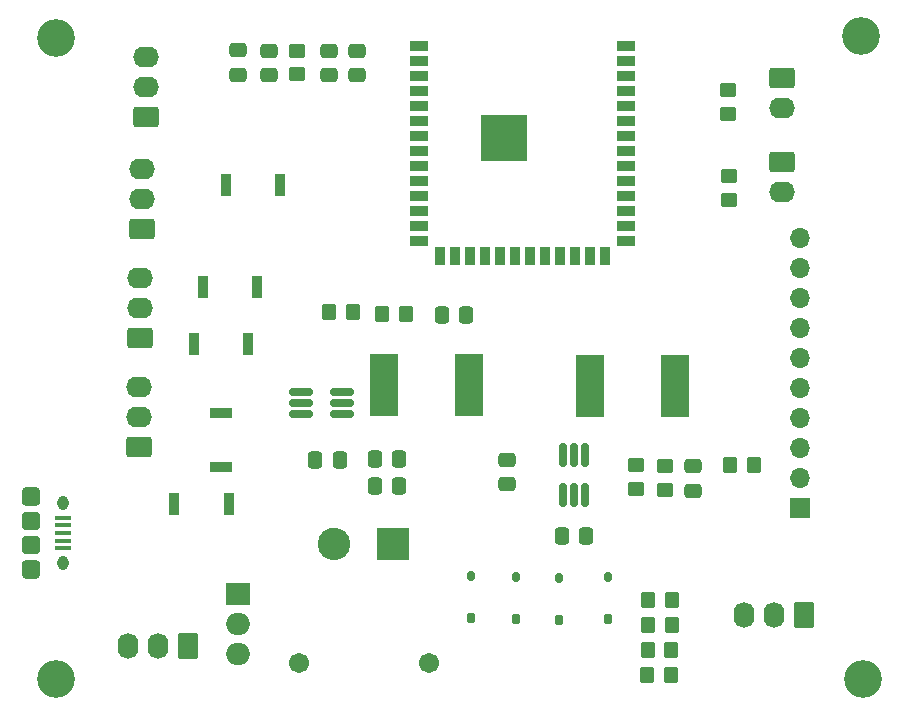
<source format=gbr>
G04 #@! TF.GenerationSoftware,KiCad,Pcbnew,8.0.8*
G04 #@! TF.CreationDate,2025-03-03T11:47:27-06:00*
G04 #@! TF.ProjectId,Group_29_Handheld,47726f75-705f-4323-995f-48616e646865,rev?*
G04 #@! TF.SameCoordinates,Original*
G04 #@! TF.FileFunction,Soldermask,Top*
G04 #@! TF.FilePolarity,Negative*
%FSLAX46Y46*%
G04 Gerber Fmt 4.6, Leading zero omitted, Abs format (unit mm)*
G04 Created by KiCad (PCBNEW 8.0.8) date 2025-03-03 11:47:27*
%MOMM*%
%LPD*%
G01*
G04 APERTURE LIST*
G04 Aperture macros list*
%AMRoundRect*
0 Rectangle with rounded corners*
0 $1 Rounding radius*
0 $2 $3 $4 $5 $6 $7 $8 $9 X,Y pos of 4 corners*
0 Add a 4 corners polygon primitive as box body*
4,1,4,$2,$3,$4,$5,$6,$7,$8,$9,$2,$3,0*
0 Add four circle primitives for the rounded corners*
1,1,$1+$1,$2,$3*
1,1,$1+$1,$4,$5*
1,1,$1+$1,$6,$7*
1,1,$1+$1,$8,$9*
0 Add four rect primitives between the rounded corners*
20,1,$1+$1,$2,$3,$4,$5,0*
20,1,$1+$1,$4,$5,$6,$7,0*
20,1,$1+$1,$6,$7,$8,$9,0*
20,1,$1+$1,$8,$9,$2,$3,0*%
G04 Aperture macros list end*
%ADD10RoundRect,0.162500X0.162500X-0.837500X0.162500X0.837500X-0.162500X0.837500X-0.162500X-0.837500X0*%
%ADD11RoundRect,0.162500X-0.837500X-0.162500X0.837500X-0.162500X0.837500X0.162500X-0.837500X0.162500X0*%
%ADD12RoundRect,0.250000X-0.450000X0.350000X-0.450000X-0.350000X0.450000X-0.350000X0.450000X0.350000X0*%
%ADD13RoundRect,0.175000X0.175000X-0.250000X0.175000X0.250000X-0.175000X0.250000X-0.175000X-0.250000X0*%
%ADD14RoundRect,0.150000X0.150000X-0.275000X0.150000X0.275000X-0.150000X0.275000X-0.150000X-0.275000X0*%
%ADD15RoundRect,0.250000X-0.350000X-0.450000X0.350000X-0.450000X0.350000X0.450000X-0.350000X0.450000X0*%
%ADD16RoundRect,0.250000X0.845000X-0.620000X0.845000X0.620000X-0.845000X0.620000X-0.845000X-0.620000X0*%
%ADD17O,2.190000X1.740000*%
%ADD18C,3.200000*%
%ADD19RoundRect,0.250000X0.475000X-0.337500X0.475000X0.337500X-0.475000X0.337500X-0.475000X-0.337500X0*%
%ADD20RoundRect,0.250000X-0.845000X0.620000X-0.845000X-0.620000X0.845000X-0.620000X0.845000X0.620000X0*%
%ADD21RoundRect,0.250000X-0.337500X-0.475000X0.337500X-0.475000X0.337500X0.475000X-0.337500X0.475000X0*%
%ADD22R,2.413000X5.334000*%
%ADD23RoundRect,0.250000X0.620000X0.845000X-0.620000X0.845000X-0.620000X-0.845000X0.620000X-0.845000X0*%
%ADD24O,1.740000X2.190000*%
%ADD25R,0.812800X1.905000*%
%ADD26RoundRect,0.250000X0.337500X0.475000X-0.337500X0.475000X-0.337500X-0.475000X0.337500X-0.475000X0*%
%ADD27R,1.700000X1.700000*%
%ADD28O,1.700000X1.700000*%
%ADD29RoundRect,0.250000X-0.475000X0.337500X-0.475000X-0.337500X0.475000X-0.337500X0.475000X0.337500X0*%
%ADD30R,2.000000X1.905000*%
%ADD31O,2.000000X1.905000*%
%ADD32RoundRect,0.102000X1.275000X1.275000X-1.275000X1.275000X-1.275000X-1.275000X1.275000X-1.275000X0*%
%ADD33C,2.754000*%
%ADD34C,1.712000*%
%ADD35RoundRect,0.100000X-0.575000X0.100000X-0.575000X-0.100000X0.575000X-0.100000X0.575000X0.100000X0*%
%ADD36O,1.550000X0.890000*%
%ADD37RoundRect,0.250000X-0.525000X0.475000X-0.525000X-0.475000X0.525000X-0.475000X0.525000X0.475000X0*%
%ADD38O,0.950000X1.250000*%
%ADD39RoundRect,0.250000X-0.525000X0.500000X-0.525000X-0.500000X0.525000X-0.500000X0.525000X0.500000X0*%
%ADD40R,1.905000X0.812800*%
%ADD41RoundRect,0.250000X0.350000X0.450000X-0.350000X0.450000X-0.350000X-0.450000X0.350000X-0.450000X0*%
%ADD42R,1.500000X0.900000*%
%ADD43R,0.900000X1.500000*%
%ADD44C,0.600000*%
%ADD45R,3.900000X3.900000*%
G04 APERTURE END LIST*
D10*
X144970501Y-68870999D03*
X145920501Y-68870999D03*
X146870501Y-68870999D03*
X146870501Y-65450999D03*
X145920501Y-65450999D03*
X144970501Y-65450999D03*
D11*
X122813500Y-60137000D03*
X122813500Y-61087000D03*
X122813500Y-62037000D03*
X126233500Y-62037000D03*
X126233500Y-61087000D03*
X126233500Y-60137000D03*
D12*
X122491500Y-31262500D03*
X122491500Y-33262500D03*
X159004000Y-41878500D03*
X159004000Y-43878500D03*
D13*
X140970000Y-79369000D03*
D14*
X140970000Y-75819000D03*
D15*
X152162000Y-79883000D03*
X154162000Y-79883000D03*
D12*
X158940500Y-34576000D03*
X158940500Y-36576000D03*
D16*
X109664500Y-36830000D03*
D17*
X109664500Y-34290000D03*
X109664500Y-31750000D03*
D15*
X125200000Y-53400000D03*
X127200000Y-53400000D03*
D18*
X170200000Y-30000000D03*
D19*
X125158500Y-33337500D03*
X125158500Y-31262500D03*
D20*
X163512500Y-40640000D03*
D17*
X163512500Y-43180000D03*
D21*
X129052500Y-68135500D03*
X131127500Y-68135500D03*
D22*
X129794000Y-59563000D03*
X137033000Y-59563000D03*
D19*
X120078500Y-33337500D03*
X120078500Y-31262500D03*
D16*
X109093000Y-64770000D03*
D17*
X109093000Y-62230000D03*
X109093000Y-59690000D03*
D13*
X148780500Y-79375000D03*
D14*
X148780500Y-75825000D03*
D18*
X102044500Y-30162500D03*
D16*
X109347000Y-46355000D03*
D17*
X109347000Y-43815000D03*
X109347000Y-41275000D03*
D21*
X129052500Y-65786000D03*
X131127500Y-65786000D03*
D15*
X152146000Y-81978500D03*
X154146000Y-81978500D03*
D23*
X113220500Y-81661000D03*
D24*
X110680500Y-81661000D03*
X108140500Y-81661000D03*
D25*
X114501300Y-51300000D03*
X119098700Y-51300000D03*
D20*
X163512500Y-33528000D03*
D17*
X163512500Y-36068000D03*
D26*
X146937500Y-72300000D03*
X144862500Y-72300000D03*
D12*
X151191001Y-66367499D03*
X151191001Y-68367499D03*
D27*
X165036500Y-69977000D03*
D28*
X165036500Y-67437000D03*
X165036500Y-64897000D03*
X165036500Y-62357000D03*
X165036500Y-59817000D03*
X165036500Y-57277000D03*
X165036500Y-54737000D03*
X165036500Y-52197000D03*
X165036500Y-49657000D03*
X165036500Y-47117000D03*
D25*
X116662200Y-69596000D03*
X112064800Y-69596000D03*
D13*
X144653000Y-79432500D03*
D14*
X144653000Y-75882500D03*
D29*
X156017001Y-66419499D03*
X156017001Y-68494499D03*
D19*
X140205501Y-67965999D03*
X140205501Y-65890999D03*
D18*
X170370500Y-84455000D03*
D22*
X154495500Y-59626500D03*
X147256500Y-59626500D03*
D16*
X109156500Y-55562500D03*
D17*
X109156500Y-53022500D03*
X109156500Y-50482500D03*
D25*
X116401300Y-42600000D03*
X120998700Y-42600000D03*
D30*
X117419000Y-77216000D03*
D31*
X117419000Y-79756000D03*
X117419000Y-82296000D03*
D15*
X129667000Y-53530500D03*
X131667000Y-53530500D03*
X152114500Y-84137500D03*
X154114500Y-84137500D03*
D19*
X117475000Y-33274000D03*
X117475000Y-31199000D03*
D32*
X130604000Y-73058000D03*
D33*
X125604000Y-73058000D03*
D34*
X122604000Y-83058000D03*
X133604000Y-83058000D03*
D25*
X113701300Y-56100000D03*
X118298700Y-56100000D03*
D18*
X102044500Y-84455000D03*
D23*
X165354000Y-78994000D03*
D24*
X162814000Y-78994000D03*
X160274000Y-78994000D03*
D35*
X102600000Y-70788500D03*
X102600000Y-71438500D03*
X102600000Y-72088500D03*
X102600000Y-72738500D03*
X102600000Y-73388500D03*
D36*
X99900000Y-68588500D03*
D37*
X99900000Y-69063500D03*
D38*
X102600000Y-69588500D03*
D39*
X99900000Y-71088500D03*
X99900000Y-73088500D03*
D38*
X102600000Y-74588500D03*
D37*
X99900000Y-75113500D03*
D36*
X99900000Y-75588500D03*
D15*
X152178000Y-77724000D03*
X154178000Y-77724000D03*
D21*
X124000000Y-65913000D03*
X126075000Y-65913000D03*
D19*
X127508000Y-33337500D03*
X127508000Y-31262500D03*
D40*
X116014500Y-61899800D03*
X116014500Y-66497200D03*
D41*
X161100000Y-66300000D03*
X159100000Y-66300000D03*
D42*
X132764500Y-30885000D03*
X132764500Y-32155000D03*
X132764500Y-33425000D03*
X132764500Y-34695000D03*
X132764500Y-35965000D03*
X132764500Y-37235000D03*
X132764500Y-38505000D03*
X132764500Y-39775000D03*
X132764500Y-41045000D03*
X132764500Y-42315000D03*
X132764500Y-43585000D03*
X132764500Y-44855000D03*
X132764500Y-46125000D03*
X132764500Y-47395000D03*
D43*
X134529500Y-48645000D03*
X135799500Y-48645000D03*
X137069500Y-48645000D03*
X138339500Y-48645000D03*
X139609500Y-48645000D03*
X140879500Y-48645000D03*
X142149500Y-48645000D03*
X143419500Y-48645000D03*
X144689500Y-48645000D03*
X145959500Y-48645000D03*
X147229500Y-48645000D03*
X148499500Y-48645000D03*
D42*
X150264500Y-47395000D03*
X150264500Y-46125000D03*
X150264500Y-44855000D03*
X150264500Y-43585000D03*
X150264500Y-42315000D03*
X150264500Y-41045000D03*
X150264500Y-39775000D03*
X150264500Y-38505000D03*
X150264500Y-37235000D03*
X150264500Y-35965000D03*
X150264500Y-34695000D03*
X150264500Y-33425000D03*
X150264500Y-32155000D03*
X150264500Y-30885000D03*
D44*
X138614500Y-37905000D03*
X138614500Y-39305000D03*
X139314500Y-37205000D03*
X139314500Y-38605000D03*
X139314500Y-40005000D03*
X140014500Y-37905000D03*
D45*
X140014500Y-38605000D03*
D44*
X140014500Y-39305000D03*
X140714500Y-37205000D03*
X140714500Y-38605000D03*
X140714500Y-40005000D03*
X141414500Y-37905000D03*
X141414500Y-39305000D03*
D12*
X153604001Y-66430999D03*
X153604001Y-68430999D03*
D13*
X137160000Y-79305500D03*
D14*
X137160000Y-75755500D03*
D21*
X134725000Y-53594000D03*
X136800000Y-53594000D03*
M02*

</source>
